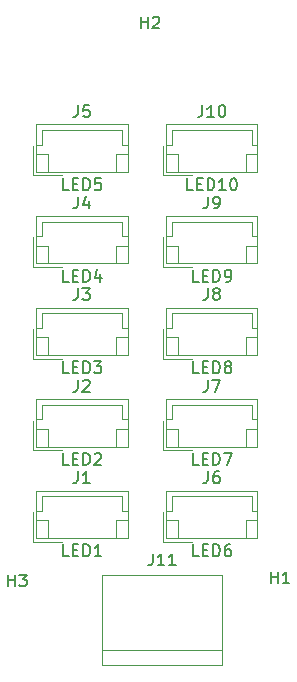
<source format=gbr>
%TF.GenerationSoftware,KiCad,Pcbnew,7.0.9*%
%TF.CreationDate,2024-03-13T22:19:24+01:00*%
%TF.ProjectId,Backlighting_LEDModule_PCB,4261636b-6c69-4676-9874-696e675f4c45,rev?*%
%TF.SameCoordinates,Original*%
%TF.FileFunction,Legend,Top*%
%TF.FilePolarity,Positive*%
%FSLAX46Y46*%
G04 Gerber Fmt 4.6, Leading zero omitted, Abs format (unit mm)*
G04 Created by KiCad (PCBNEW 7.0.9) date 2024-03-13 22:19:24*
%MOMM*%
%LPD*%
G01*
G04 APERTURE LIST*
%ADD10C,0.150000*%
%ADD11C,0.120000*%
G04 APERTURE END LIST*
D10*
X110666666Y-66404819D02*
X110666666Y-67119104D01*
X110666666Y-67119104D02*
X110619047Y-67261961D01*
X110619047Y-67261961D02*
X110523809Y-67357200D01*
X110523809Y-67357200D02*
X110380952Y-67404819D01*
X110380952Y-67404819D02*
X110285714Y-67404819D01*
X111571428Y-66738152D02*
X111571428Y-67404819D01*
X111333333Y-66357200D02*
X111095238Y-67071485D01*
X111095238Y-67071485D02*
X111714285Y-67071485D01*
X109880952Y-73604819D02*
X109404762Y-73604819D01*
X109404762Y-73604819D02*
X109404762Y-72604819D01*
X110214286Y-73081009D02*
X110547619Y-73081009D01*
X110690476Y-73604819D02*
X110214286Y-73604819D01*
X110214286Y-73604819D02*
X110214286Y-72604819D01*
X110214286Y-72604819D02*
X110690476Y-72604819D01*
X111119048Y-73604819D02*
X111119048Y-72604819D01*
X111119048Y-72604819D02*
X111357143Y-72604819D01*
X111357143Y-72604819D02*
X111500000Y-72652438D01*
X111500000Y-72652438D02*
X111595238Y-72747676D01*
X111595238Y-72747676D02*
X111642857Y-72842914D01*
X111642857Y-72842914D02*
X111690476Y-73033390D01*
X111690476Y-73033390D02*
X111690476Y-73176247D01*
X111690476Y-73176247D02*
X111642857Y-73366723D01*
X111642857Y-73366723D02*
X111595238Y-73461961D01*
X111595238Y-73461961D02*
X111500000Y-73557200D01*
X111500000Y-73557200D02*
X111357143Y-73604819D01*
X111357143Y-73604819D02*
X111119048Y-73604819D01*
X112547619Y-72938152D02*
X112547619Y-73604819D01*
X112309524Y-72557200D02*
X112071429Y-73271485D01*
X112071429Y-73271485D02*
X112690476Y-73271485D01*
X116980476Y-96624819D02*
X116980476Y-97339104D01*
X116980476Y-97339104D02*
X116932857Y-97481961D01*
X116932857Y-97481961D02*
X116837619Y-97577200D01*
X116837619Y-97577200D02*
X116694762Y-97624819D01*
X116694762Y-97624819D02*
X116599524Y-97624819D01*
X117980476Y-97624819D02*
X117409048Y-97624819D01*
X117694762Y-97624819D02*
X117694762Y-96624819D01*
X117694762Y-96624819D02*
X117599524Y-96767676D01*
X117599524Y-96767676D02*
X117504286Y-96862914D01*
X117504286Y-96862914D02*
X117409048Y-96910533D01*
X118932857Y-97624819D02*
X118361429Y-97624819D01*
X118647143Y-97624819D02*
X118647143Y-96624819D01*
X118647143Y-96624819D02*
X118551905Y-96767676D01*
X118551905Y-96767676D02*
X118456667Y-96862914D01*
X118456667Y-96862914D02*
X118361429Y-96910533D01*
X121666666Y-89654819D02*
X121666666Y-90369104D01*
X121666666Y-90369104D02*
X121619047Y-90511961D01*
X121619047Y-90511961D02*
X121523809Y-90607200D01*
X121523809Y-90607200D02*
X121380952Y-90654819D01*
X121380952Y-90654819D02*
X121285714Y-90654819D01*
X122571428Y-89654819D02*
X122380952Y-89654819D01*
X122380952Y-89654819D02*
X122285714Y-89702438D01*
X122285714Y-89702438D02*
X122238095Y-89750057D01*
X122238095Y-89750057D02*
X122142857Y-89892914D01*
X122142857Y-89892914D02*
X122095238Y-90083390D01*
X122095238Y-90083390D02*
X122095238Y-90464342D01*
X122095238Y-90464342D02*
X122142857Y-90559580D01*
X122142857Y-90559580D02*
X122190476Y-90607200D01*
X122190476Y-90607200D02*
X122285714Y-90654819D01*
X122285714Y-90654819D02*
X122476190Y-90654819D01*
X122476190Y-90654819D02*
X122571428Y-90607200D01*
X122571428Y-90607200D02*
X122619047Y-90559580D01*
X122619047Y-90559580D02*
X122666666Y-90464342D01*
X122666666Y-90464342D02*
X122666666Y-90226247D01*
X122666666Y-90226247D02*
X122619047Y-90131009D01*
X122619047Y-90131009D02*
X122571428Y-90083390D01*
X122571428Y-90083390D02*
X122476190Y-90035771D01*
X122476190Y-90035771D02*
X122285714Y-90035771D01*
X122285714Y-90035771D02*
X122190476Y-90083390D01*
X122190476Y-90083390D02*
X122142857Y-90131009D01*
X122142857Y-90131009D02*
X122095238Y-90226247D01*
X120880952Y-96854819D02*
X120404762Y-96854819D01*
X120404762Y-96854819D02*
X120404762Y-95854819D01*
X121214286Y-96331009D02*
X121547619Y-96331009D01*
X121690476Y-96854819D02*
X121214286Y-96854819D01*
X121214286Y-96854819D02*
X121214286Y-95854819D01*
X121214286Y-95854819D02*
X121690476Y-95854819D01*
X122119048Y-96854819D02*
X122119048Y-95854819D01*
X122119048Y-95854819D02*
X122357143Y-95854819D01*
X122357143Y-95854819D02*
X122500000Y-95902438D01*
X122500000Y-95902438D02*
X122595238Y-95997676D01*
X122595238Y-95997676D02*
X122642857Y-96092914D01*
X122642857Y-96092914D02*
X122690476Y-96283390D01*
X122690476Y-96283390D02*
X122690476Y-96426247D01*
X122690476Y-96426247D02*
X122642857Y-96616723D01*
X122642857Y-96616723D02*
X122595238Y-96711961D01*
X122595238Y-96711961D02*
X122500000Y-96807200D01*
X122500000Y-96807200D02*
X122357143Y-96854819D01*
X122357143Y-96854819D02*
X122119048Y-96854819D01*
X123547619Y-95854819D02*
X123357143Y-95854819D01*
X123357143Y-95854819D02*
X123261905Y-95902438D01*
X123261905Y-95902438D02*
X123214286Y-95950057D01*
X123214286Y-95950057D02*
X123119048Y-96092914D01*
X123119048Y-96092914D02*
X123071429Y-96283390D01*
X123071429Y-96283390D02*
X123071429Y-96664342D01*
X123071429Y-96664342D02*
X123119048Y-96759580D01*
X123119048Y-96759580D02*
X123166667Y-96807200D01*
X123166667Y-96807200D02*
X123261905Y-96854819D01*
X123261905Y-96854819D02*
X123452381Y-96854819D01*
X123452381Y-96854819D02*
X123547619Y-96807200D01*
X123547619Y-96807200D02*
X123595238Y-96759580D01*
X123595238Y-96759580D02*
X123642857Y-96664342D01*
X123642857Y-96664342D02*
X123642857Y-96426247D01*
X123642857Y-96426247D02*
X123595238Y-96331009D01*
X123595238Y-96331009D02*
X123547619Y-96283390D01*
X123547619Y-96283390D02*
X123452381Y-96235771D01*
X123452381Y-96235771D02*
X123261905Y-96235771D01*
X123261905Y-96235771D02*
X123166667Y-96283390D01*
X123166667Y-96283390D02*
X123119048Y-96331009D01*
X123119048Y-96331009D02*
X123071429Y-96426247D01*
X110666666Y-74154819D02*
X110666666Y-74869104D01*
X110666666Y-74869104D02*
X110619047Y-75011961D01*
X110619047Y-75011961D02*
X110523809Y-75107200D01*
X110523809Y-75107200D02*
X110380952Y-75154819D01*
X110380952Y-75154819D02*
X110285714Y-75154819D01*
X111047619Y-74154819D02*
X111666666Y-74154819D01*
X111666666Y-74154819D02*
X111333333Y-74535771D01*
X111333333Y-74535771D02*
X111476190Y-74535771D01*
X111476190Y-74535771D02*
X111571428Y-74583390D01*
X111571428Y-74583390D02*
X111619047Y-74631009D01*
X111619047Y-74631009D02*
X111666666Y-74726247D01*
X111666666Y-74726247D02*
X111666666Y-74964342D01*
X111666666Y-74964342D02*
X111619047Y-75059580D01*
X111619047Y-75059580D02*
X111571428Y-75107200D01*
X111571428Y-75107200D02*
X111476190Y-75154819D01*
X111476190Y-75154819D02*
X111190476Y-75154819D01*
X111190476Y-75154819D02*
X111095238Y-75107200D01*
X111095238Y-75107200D02*
X111047619Y-75059580D01*
X109880952Y-81354819D02*
X109404762Y-81354819D01*
X109404762Y-81354819D02*
X109404762Y-80354819D01*
X110214286Y-80831009D02*
X110547619Y-80831009D01*
X110690476Y-81354819D02*
X110214286Y-81354819D01*
X110214286Y-81354819D02*
X110214286Y-80354819D01*
X110214286Y-80354819D02*
X110690476Y-80354819D01*
X111119048Y-81354819D02*
X111119048Y-80354819D01*
X111119048Y-80354819D02*
X111357143Y-80354819D01*
X111357143Y-80354819D02*
X111500000Y-80402438D01*
X111500000Y-80402438D02*
X111595238Y-80497676D01*
X111595238Y-80497676D02*
X111642857Y-80592914D01*
X111642857Y-80592914D02*
X111690476Y-80783390D01*
X111690476Y-80783390D02*
X111690476Y-80926247D01*
X111690476Y-80926247D02*
X111642857Y-81116723D01*
X111642857Y-81116723D02*
X111595238Y-81211961D01*
X111595238Y-81211961D02*
X111500000Y-81307200D01*
X111500000Y-81307200D02*
X111357143Y-81354819D01*
X111357143Y-81354819D02*
X111119048Y-81354819D01*
X112023810Y-80354819D02*
X112642857Y-80354819D01*
X112642857Y-80354819D02*
X112309524Y-80735771D01*
X112309524Y-80735771D02*
X112452381Y-80735771D01*
X112452381Y-80735771D02*
X112547619Y-80783390D01*
X112547619Y-80783390D02*
X112595238Y-80831009D01*
X112595238Y-80831009D02*
X112642857Y-80926247D01*
X112642857Y-80926247D02*
X112642857Y-81164342D01*
X112642857Y-81164342D02*
X112595238Y-81259580D01*
X112595238Y-81259580D02*
X112547619Y-81307200D01*
X112547619Y-81307200D02*
X112452381Y-81354819D01*
X112452381Y-81354819D02*
X112166667Y-81354819D01*
X112166667Y-81354819D02*
X112071429Y-81307200D01*
X112071429Y-81307200D02*
X112023810Y-81259580D01*
X121666666Y-81904819D02*
X121666666Y-82619104D01*
X121666666Y-82619104D02*
X121619047Y-82761961D01*
X121619047Y-82761961D02*
X121523809Y-82857200D01*
X121523809Y-82857200D02*
X121380952Y-82904819D01*
X121380952Y-82904819D02*
X121285714Y-82904819D01*
X122047619Y-81904819D02*
X122714285Y-81904819D01*
X122714285Y-81904819D02*
X122285714Y-82904819D01*
X120880952Y-89104819D02*
X120404762Y-89104819D01*
X120404762Y-89104819D02*
X120404762Y-88104819D01*
X121214286Y-88581009D02*
X121547619Y-88581009D01*
X121690476Y-89104819D02*
X121214286Y-89104819D01*
X121214286Y-89104819D02*
X121214286Y-88104819D01*
X121214286Y-88104819D02*
X121690476Y-88104819D01*
X122119048Y-89104819D02*
X122119048Y-88104819D01*
X122119048Y-88104819D02*
X122357143Y-88104819D01*
X122357143Y-88104819D02*
X122500000Y-88152438D01*
X122500000Y-88152438D02*
X122595238Y-88247676D01*
X122595238Y-88247676D02*
X122642857Y-88342914D01*
X122642857Y-88342914D02*
X122690476Y-88533390D01*
X122690476Y-88533390D02*
X122690476Y-88676247D01*
X122690476Y-88676247D02*
X122642857Y-88866723D01*
X122642857Y-88866723D02*
X122595238Y-88961961D01*
X122595238Y-88961961D02*
X122500000Y-89057200D01*
X122500000Y-89057200D02*
X122357143Y-89104819D01*
X122357143Y-89104819D02*
X122119048Y-89104819D01*
X123023810Y-88104819D02*
X123690476Y-88104819D01*
X123690476Y-88104819D02*
X123261905Y-89104819D01*
X126988095Y-99154819D02*
X126988095Y-98154819D01*
X126988095Y-98631009D02*
X127559523Y-98631009D01*
X127559523Y-99154819D02*
X127559523Y-98154819D01*
X128559523Y-99154819D02*
X127988095Y-99154819D01*
X128273809Y-99154819D02*
X128273809Y-98154819D01*
X128273809Y-98154819D02*
X128178571Y-98297676D01*
X128178571Y-98297676D02*
X128083333Y-98392914D01*
X128083333Y-98392914D02*
X127988095Y-98440533D01*
X104738095Y-99404819D02*
X104738095Y-98404819D01*
X104738095Y-98881009D02*
X105309523Y-98881009D01*
X105309523Y-99404819D02*
X105309523Y-98404819D01*
X105690476Y-98404819D02*
X106309523Y-98404819D01*
X106309523Y-98404819D02*
X105976190Y-98785771D01*
X105976190Y-98785771D02*
X106119047Y-98785771D01*
X106119047Y-98785771D02*
X106214285Y-98833390D01*
X106214285Y-98833390D02*
X106261904Y-98881009D01*
X106261904Y-98881009D02*
X106309523Y-98976247D01*
X106309523Y-98976247D02*
X106309523Y-99214342D01*
X106309523Y-99214342D02*
X106261904Y-99309580D01*
X106261904Y-99309580D02*
X106214285Y-99357200D01*
X106214285Y-99357200D02*
X106119047Y-99404819D01*
X106119047Y-99404819D02*
X105833333Y-99404819D01*
X105833333Y-99404819D02*
X105738095Y-99357200D01*
X105738095Y-99357200D02*
X105690476Y-99309580D01*
X110666666Y-89654819D02*
X110666666Y-90369104D01*
X110666666Y-90369104D02*
X110619047Y-90511961D01*
X110619047Y-90511961D02*
X110523809Y-90607200D01*
X110523809Y-90607200D02*
X110380952Y-90654819D01*
X110380952Y-90654819D02*
X110285714Y-90654819D01*
X111666666Y-90654819D02*
X111095238Y-90654819D01*
X111380952Y-90654819D02*
X111380952Y-89654819D01*
X111380952Y-89654819D02*
X111285714Y-89797676D01*
X111285714Y-89797676D02*
X111190476Y-89892914D01*
X111190476Y-89892914D02*
X111095238Y-89940533D01*
X109880952Y-96854819D02*
X109404762Y-96854819D01*
X109404762Y-96854819D02*
X109404762Y-95854819D01*
X110214286Y-96331009D02*
X110547619Y-96331009D01*
X110690476Y-96854819D02*
X110214286Y-96854819D01*
X110214286Y-96854819D02*
X110214286Y-95854819D01*
X110214286Y-95854819D02*
X110690476Y-95854819D01*
X111119048Y-96854819D02*
X111119048Y-95854819D01*
X111119048Y-95854819D02*
X111357143Y-95854819D01*
X111357143Y-95854819D02*
X111500000Y-95902438D01*
X111500000Y-95902438D02*
X111595238Y-95997676D01*
X111595238Y-95997676D02*
X111642857Y-96092914D01*
X111642857Y-96092914D02*
X111690476Y-96283390D01*
X111690476Y-96283390D02*
X111690476Y-96426247D01*
X111690476Y-96426247D02*
X111642857Y-96616723D01*
X111642857Y-96616723D02*
X111595238Y-96711961D01*
X111595238Y-96711961D02*
X111500000Y-96807200D01*
X111500000Y-96807200D02*
X111357143Y-96854819D01*
X111357143Y-96854819D02*
X111119048Y-96854819D01*
X112642857Y-96854819D02*
X112071429Y-96854819D01*
X112357143Y-96854819D02*
X112357143Y-95854819D01*
X112357143Y-95854819D02*
X112261905Y-95997676D01*
X112261905Y-95997676D02*
X112166667Y-96092914D01*
X112166667Y-96092914D02*
X112071429Y-96140533D01*
X110666666Y-58654819D02*
X110666666Y-59369104D01*
X110666666Y-59369104D02*
X110619047Y-59511961D01*
X110619047Y-59511961D02*
X110523809Y-59607200D01*
X110523809Y-59607200D02*
X110380952Y-59654819D01*
X110380952Y-59654819D02*
X110285714Y-59654819D01*
X111619047Y-58654819D02*
X111142857Y-58654819D01*
X111142857Y-58654819D02*
X111095238Y-59131009D01*
X111095238Y-59131009D02*
X111142857Y-59083390D01*
X111142857Y-59083390D02*
X111238095Y-59035771D01*
X111238095Y-59035771D02*
X111476190Y-59035771D01*
X111476190Y-59035771D02*
X111571428Y-59083390D01*
X111571428Y-59083390D02*
X111619047Y-59131009D01*
X111619047Y-59131009D02*
X111666666Y-59226247D01*
X111666666Y-59226247D02*
X111666666Y-59464342D01*
X111666666Y-59464342D02*
X111619047Y-59559580D01*
X111619047Y-59559580D02*
X111571428Y-59607200D01*
X111571428Y-59607200D02*
X111476190Y-59654819D01*
X111476190Y-59654819D02*
X111238095Y-59654819D01*
X111238095Y-59654819D02*
X111142857Y-59607200D01*
X111142857Y-59607200D02*
X111095238Y-59559580D01*
X109880952Y-65854819D02*
X109404762Y-65854819D01*
X109404762Y-65854819D02*
X109404762Y-64854819D01*
X110214286Y-65331009D02*
X110547619Y-65331009D01*
X110690476Y-65854819D02*
X110214286Y-65854819D01*
X110214286Y-65854819D02*
X110214286Y-64854819D01*
X110214286Y-64854819D02*
X110690476Y-64854819D01*
X111119048Y-65854819D02*
X111119048Y-64854819D01*
X111119048Y-64854819D02*
X111357143Y-64854819D01*
X111357143Y-64854819D02*
X111500000Y-64902438D01*
X111500000Y-64902438D02*
X111595238Y-64997676D01*
X111595238Y-64997676D02*
X111642857Y-65092914D01*
X111642857Y-65092914D02*
X111690476Y-65283390D01*
X111690476Y-65283390D02*
X111690476Y-65426247D01*
X111690476Y-65426247D02*
X111642857Y-65616723D01*
X111642857Y-65616723D02*
X111595238Y-65711961D01*
X111595238Y-65711961D02*
X111500000Y-65807200D01*
X111500000Y-65807200D02*
X111357143Y-65854819D01*
X111357143Y-65854819D02*
X111119048Y-65854819D01*
X112595238Y-64854819D02*
X112119048Y-64854819D01*
X112119048Y-64854819D02*
X112071429Y-65331009D01*
X112071429Y-65331009D02*
X112119048Y-65283390D01*
X112119048Y-65283390D02*
X112214286Y-65235771D01*
X112214286Y-65235771D02*
X112452381Y-65235771D01*
X112452381Y-65235771D02*
X112547619Y-65283390D01*
X112547619Y-65283390D02*
X112595238Y-65331009D01*
X112595238Y-65331009D02*
X112642857Y-65426247D01*
X112642857Y-65426247D02*
X112642857Y-65664342D01*
X112642857Y-65664342D02*
X112595238Y-65759580D01*
X112595238Y-65759580D02*
X112547619Y-65807200D01*
X112547619Y-65807200D02*
X112452381Y-65854819D01*
X112452381Y-65854819D02*
X112214286Y-65854819D01*
X112214286Y-65854819D02*
X112119048Y-65807200D01*
X112119048Y-65807200D02*
X112071429Y-65759580D01*
X121666666Y-66404819D02*
X121666666Y-67119104D01*
X121666666Y-67119104D02*
X121619047Y-67261961D01*
X121619047Y-67261961D02*
X121523809Y-67357200D01*
X121523809Y-67357200D02*
X121380952Y-67404819D01*
X121380952Y-67404819D02*
X121285714Y-67404819D01*
X122190476Y-67404819D02*
X122380952Y-67404819D01*
X122380952Y-67404819D02*
X122476190Y-67357200D01*
X122476190Y-67357200D02*
X122523809Y-67309580D01*
X122523809Y-67309580D02*
X122619047Y-67166723D01*
X122619047Y-67166723D02*
X122666666Y-66976247D01*
X122666666Y-66976247D02*
X122666666Y-66595295D01*
X122666666Y-66595295D02*
X122619047Y-66500057D01*
X122619047Y-66500057D02*
X122571428Y-66452438D01*
X122571428Y-66452438D02*
X122476190Y-66404819D01*
X122476190Y-66404819D02*
X122285714Y-66404819D01*
X122285714Y-66404819D02*
X122190476Y-66452438D01*
X122190476Y-66452438D02*
X122142857Y-66500057D01*
X122142857Y-66500057D02*
X122095238Y-66595295D01*
X122095238Y-66595295D02*
X122095238Y-66833390D01*
X122095238Y-66833390D02*
X122142857Y-66928628D01*
X122142857Y-66928628D02*
X122190476Y-66976247D01*
X122190476Y-66976247D02*
X122285714Y-67023866D01*
X122285714Y-67023866D02*
X122476190Y-67023866D01*
X122476190Y-67023866D02*
X122571428Y-66976247D01*
X122571428Y-66976247D02*
X122619047Y-66928628D01*
X122619047Y-66928628D02*
X122666666Y-66833390D01*
X120880952Y-73604819D02*
X120404762Y-73604819D01*
X120404762Y-73604819D02*
X120404762Y-72604819D01*
X121214286Y-73081009D02*
X121547619Y-73081009D01*
X121690476Y-73604819D02*
X121214286Y-73604819D01*
X121214286Y-73604819D02*
X121214286Y-72604819D01*
X121214286Y-72604819D02*
X121690476Y-72604819D01*
X122119048Y-73604819D02*
X122119048Y-72604819D01*
X122119048Y-72604819D02*
X122357143Y-72604819D01*
X122357143Y-72604819D02*
X122500000Y-72652438D01*
X122500000Y-72652438D02*
X122595238Y-72747676D01*
X122595238Y-72747676D02*
X122642857Y-72842914D01*
X122642857Y-72842914D02*
X122690476Y-73033390D01*
X122690476Y-73033390D02*
X122690476Y-73176247D01*
X122690476Y-73176247D02*
X122642857Y-73366723D01*
X122642857Y-73366723D02*
X122595238Y-73461961D01*
X122595238Y-73461961D02*
X122500000Y-73557200D01*
X122500000Y-73557200D02*
X122357143Y-73604819D01*
X122357143Y-73604819D02*
X122119048Y-73604819D01*
X123166667Y-73604819D02*
X123357143Y-73604819D01*
X123357143Y-73604819D02*
X123452381Y-73557200D01*
X123452381Y-73557200D02*
X123500000Y-73509580D01*
X123500000Y-73509580D02*
X123595238Y-73366723D01*
X123595238Y-73366723D02*
X123642857Y-73176247D01*
X123642857Y-73176247D02*
X123642857Y-72795295D01*
X123642857Y-72795295D02*
X123595238Y-72700057D01*
X123595238Y-72700057D02*
X123547619Y-72652438D01*
X123547619Y-72652438D02*
X123452381Y-72604819D01*
X123452381Y-72604819D02*
X123261905Y-72604819D01*
X123261905Y-72604819D02*
X123166667Y-72652438D01*
X123166667Y-72652438D02*
X123119048Y-72700057D01*
X123119048Y-72700057D02*
X123071429Y-72795295D01*
X123071429Y-72795295D02*
X123071429Y-73033390D01*
X123071429Y-73033390D02*
X123119048Y-73128628D01*
X123119048Y-73128628D02*
X123166667Y-73176247D01*
X123166667Y-73176247D02*
X123261905Y-73223866D01*
X123261905Y-73223866D02*
X123452381Y-73223866D01*
X123452381Y-73223866D02*
X123547619Y-73176247D01*
X123547619Y-73176247D02*
X123595238Y-73128628D01*
X123595238Y-73128628D02*
X123642857Y-73033390D01*
X121666666Y-74154819D02*
X121666666Y-74869104D01*
X121666666Y-74869104D02*
X121619047Y-75011961D01*
X121619047Y-75011961D02*
X121523809Y-75107200D01*
X121523809Y-75107200D02*
X121380952Y-75154819D01*
X121380952Y-75154819D02*
X121285714Y-75154819D01*
X122285714Y-74583390D02*
X122190476Y-74535771D01*
X122190476Y-74535771D02*
X122142857Y-74488152D01*
X122142857Y-74488152D02*
X122095238Y-74392914D01*
X122095238Y-74392914D02*
X122095238Y-74345295D01*
X122095238Y-74345295D02*
X122142857Y-74250057D01*
X122142857Y-74250057D02*
X122190476Y-74202438D01*
X122190476Y-74202438D02*
X122285714Y-74154819D01*
X122285714Y-74154819D02*
X122476190Y-74154819D01*
X122476190Y-74154819D02*
X122571428Y-74202438D01*
X122571428Y-74202438D02*
X122619047Y-74250057D01*
X122619047Y-74250057D02*
X122666666Y-74345295D01*
X122666666Y-74345295D02*
X122666666Y-74392914D01*
X122666666Y-74392914D02*
X122619047Y-74488152D01*
X122619047Y-74488152D02*
X122571428Y-74535771D01*
X122571428Y-74535771D02*
X122476190Y-74583390D01*
X122476190Y-74583390D02*
X122285714Y-74583390D01*
X122285714Y-74583390D02*
X122190476Y-74631009D01*
X122190476Y-74631009D02*
X122142857Y-74678628D01*
X122142857Y-74678628D02*
X122095238Y-74773866D01*
X122095238Y-74773866D02*
X122095238Y-74964342D01*
X122095238Y-74964342D02*
X122142857Y-75059580D01*
X122142857Y-75059580D02*
X122190476Y-75107200D01*
X122190476Y-75107200D02*
X122285714Y-75154819D01*
X122285714Y-75154819D02*
X122476190Y-75154819D01*
X122476190Y-75154819D02*
X122571428Y-75107200D01*
X122571428Y-75107200D02*
X122619047Y-75059580D01*
X122619047Y-75059580D02*
X122666666Y-74964342D01*
X122666666Y-74964342D02*
X122666666Y-74773866D01*
X122666666Y-74773866D02*
X122619047Y-74678628D01*
X122619047Y-74678628D02*
X122571428Y-74631009D01*
X122571428Y-74631009D02*
X122476190Y-74583390D01*
X120880952Y-81354819D02*
X120404762Y-81354819D01*
X120404762Y-81354819D02*
X120404762Y-80354819D01*
X121214286Y-80831009D02*
X121547619Y-80831009D01*
X121690476Y-81354819D02*
X121214286Y-81354819D01*
X121214286Y-81354819D02*
X121214286Y-80354819D01*
X121214286Y-80354819D02*
X121690476Y-80354819D01*
X122119048Y-81354819D02*
X122119048Y-80354819D01*
X122119048Y-80354819D02*
X122357143Y-80354819D01*
X122357143Y-80354819D02*
X122500000Y-80402438D01*
X122500000Y-80402438D02*
X122595238Y-80497676D01*
X122595238Y-80497676D02*
X122642857Y-80592914D01*
X122642857Y-80592914D02*
X122690476Y-80783390D01*
X122690476Y-80783390D02*
X122690476Y-80926247D01*
X122690476Y-80926247D02*
X122642857Y-81116723D01*
X122642857Y-81116723D02*
X122595238Y-81211961D01*
X122595238Y-81211961D02*
X122500000Y-81307200D01*
X122500000Y-81307200D02*
X122357143Y-81354819D01*
X122357143Y-81354819D02*
X122119048Y-81354819D01*
X123261905Y-80783390D02*
X123166667Y-80735771D01*
X123166667Y-80735771D02*
X123119048Y-80688152D01*
X123119048Y-80688152D02*
X123071429Y-80592914D01*
X123071429Y-80592914D02*
X123071429Y-80545295D01*
X123071429Y-80545295D02*
X123119048Y-80450057D01*
X123119048Y-80450057D02*
X123166667Y-80402438D01*
X123166667Y-80402438D02*
X123261905Y-80354819D01*
X123261905Y-80354819D02*
X123452381Y-80354819D01*
X123452381Y-80354819D02*
X123547619Y-80402438D01*
X123547619Y-80402438D02*
X123595238Y-80450057D01*
X123595238Y-80450057D02*
X123642857Y-80545295D01*
X123642857Y-80545295D02*
X123642857Y-80592914D01*
X123642857Y-80592914D02*
X123595238Y-80688152D01*
X123595238Y-80688152D02*
X123547619Y-80735771D01*
X123547619Y-80735771D02*
X123452381Y-80783390D01*
X123452381Y-80783390D02*
X123261905Y-80783390D01*
X123261905Y-80783390D02*
X123166667Y-80831009D01*
X123166667Y-80831009D02*
X123119048Y-80878628D01*
X123119048Y-80878628D02*
X123071429Y-80973866D01*
X123071429Y-80973866D02*
X123071429Y-81164342D01*
X123071429Y-81164342D02*
X123119048Y-81259580D01*
X123119048Y-81259580D02*
X123166667Y-81307200D01*
X123166667Y-81307200D02*
X123261905Y-81354819D01*
X123261905Y-81354819D02*
X123452381Y-81354819D01*
X123452381Y-81354819D02*
X123547619Y-81307200D01*
X123547619Y-81307200D02*
X123595238Y-81259580D01*
X123595238Y-81259580D02*
X123642857Y-81164342D01*
X123642857Y-81164342D02*
X123642857Y-80973866D01*
X123642857Y-80973866D02*
X123595238Y-80878628D01*
X123595238Y-80878628D02*
X123547619Y-80831009D01*
X123547619Y-80831009D02*
X123452381Y-80783390D01*
X121190476Y-58654819D02*
X121190476Y-59369104D01*
X121190476Y-59369104D02*
X121142857Y-59511961D01*
X121142857Y-59511961D02*
X121047619Y-59607200D01*
X121047619Y-59607200D02*
X120904762Y-59654819D01*
X120904762Y-59654819D02*
X120809524Y-59654819D01*
X122190476Y-59654819D02*
X121619048Y-59654819D01*
X121904762Y-59654819D02*
X121904762Y-58654819D01*
X121904762Y-58654819D02*
X121809524Y-58797676D01*
X121809524Y-58797676D02*
X121714286Y-58892914D01*
X121714286Y-58892914D02*
X121619048Y-58940533D01*
X122809524Y-58654819D02*
X122904762Y-58654819D01*
X122904762Y-58654819D02*
X123000000Y-58702438D01*
X123000000Y-58702438D02*
X123047619Y-58750057D01*
X123047619Y-58750057D02*
X123095238Y-58845295D01*
X123095238Y-58845295D02*
X123142857Y-59035771D01*
X123142857Y-59035771D02*
X123142857Y-59273866D01*
X123142857Y-59273866D02*
X123095238Y-59464342D01*
X123095238Y-59464342D02*
X123047619Y-59559580D01*
X123047619Y-59559580D02*
X123000000Y-59607200D01*
X123000000Y-59607200D02*
X122904762Y-59654819D01*
X122904762Y-59654819D02*
X122809524Y-59654819D01*
X122809524Y-59654819D02*
X122714286Y-59607200D01*
X122714286Y-59607200D02*
X122666667Y-59559580D01*
X122666667Y-59559580D02*
X122619048Y-59464342D01*
X122619048Y-59464342D02*
X122571429Y-59273866D01*
X122571429Y-59273866D02*
X122571429Y-59035771D01*
X122571429Y-59035771D02*
X122619048Y-58845295D01*
X122619048Y-58845295D02*
X122666667Y-58750057D01*
X122666667Y-58750057D02*
X122714286Y-58702438D01*
X122714286Y-58702438D02*
X122809524Y-58654819D01*
X120404761Y-65854819D02*
X119928571Y-65854819D01*
X119928571Y-65854819D02*
X119928571Y-64854819D01*
X120738095Y-65331009D02*
X121071428Y-65331009D01*
X121214285Y-65854819D02*
X120738095Y-65854819D01*
X120738095Y-65854819D02*
X120738095Y-64854819D01*
X120738095Y-64854819D02*
X121214285Y-64854819D01*
X121642857Y-65854819D02*
X121642857Y-64854819D01*
X121642857Y-64854819D02*
X121880952Y-64854819D01*
X121880952Y-64854819D02*
X122023809Y-64902438D01*
X122023809Y-64902438D02*
X122119047Y-64997676D01*
X122119047Y-64997676D02*
X122166666Y-65092914D01*
X122166666Y-65092914D02*
X122214285Y-65283390D01*
X122214285Y-65283390D02*
X122214285Y-65426247D01*
X122214285Y-65426247D02*
X122166666Y-65616723D01*
X122166666Y-65616723D02*
X122119047Y-65711961D01*
X122119047Y-65711961D02*
X122023809Y-65807200D01*
X122023809Y-65807200D02*
X121880952Y-65854819D01*
X121880952Y-65854819D02*
X121642857Y-65854819D01*
X123166666Y-65854819D02*
X122595238Y-65854819D01*
X122880952Y-65854819D02*
X122880952Y-64854819D01*
X122880952Y-64854819D02*
X122785714Y-64997676D01*
X122785714Y-64997676D02*
X122690476Y-65092914D01*
X122690476Y-65092914D02*
X122595238Y-65140533D01*
X123785714Y-64854819D02*
X123880952Y-64854819D01*
X123880952Y-64854819D02*
X123976190Y-64902438D01*
X123976190Y-64902438D02*
X124023809Y-64950057D01*
X124023809Y-64950057D02*
X124071428Y-65045295D01*
X124071428Y-65045295D02*
X124119047Y-65235771D01*
X124119047Y-65235771D02*
X124119047Y-65473866D01*
X124119047Y-65473866D02*
X124071428Y-65664342D01*
X124071428Y-65664342D02*
X124023809Y-65759580D01*
X124023809Y-65759580D02*
X123976190Y-65807200D01*
X123976190Y-65807200D02*
X123880952Y-65854819D01*
X123880952Y-65854819D02*
X123785714Y-65854819D01*
X123785714Y-65854819D02*
X123690476Y-65807200D01*
X123690476Y-65807200D02*
X123642857Y-65759580D01*
X123642857Y-65759580D02*
X123595238Y-65664342D01*
X123595238Y-65664342D02*
X123547619Y-65473866D01*
X123547619Y-65473866D02*
X123547619Y-65235771D01*
X123547619Y-65235771D02*
X123595238Y-65045295D01*
X123595238Y-65045295D02*
X123642857Y-64950057D01*
X123642857Y-64950057D02*
X123690476Y-64902438D01*
X123690476Y-64902438D02*
X123785714Y-64854819D01*
X110666666Y-81904819D02*
X110666666Y-82619104D01*
X110666666Y-82619104D02*
X110619047Y-82761961D01*
X110619047Y-82761961D02*
X110523809Y-82857200D01*
X110523809Y-82857200D02*
X110380952Y-82904819D01*
X110380952Y-82904819D02*
X110285714Y-82904819D01*
X111095238Y-82000057D02*
X111142857Y-81952438D01*
X111142857Y-81952438D02*
X111238095Y-81904819D01*
X111238095Y-81904819D02*
X111476190Y-81904819D01*
X111476190Y-81904819D02*
X111571428Y-81952438D01*
X111571428Y-81952438D02*
X111619047Y-82000057D01*
X111619047Y-82000057D02*
X111666666Y-82095295D01*
X111666666Y-82095295D02*
X111666666Y-82190533D01*
X111666666Y-82190533D02*
X111619047Y-82333390D01*
X111619047Y-82333390D02*
X111047619Y-82904819D01*
X111047619Y-82904819D02*
X111666666Y-82904819D01*
X109880952Y-89104819D02*
X109404762Y-89104819D01*
X109404762Y-89104819D02*
X109404762Y-88104819D01*
X110214286Y-88581009D02*
X110547619Y-88581009D01*
X110690476Y-89104819D02*
X110214286Y-89104819D01*
X110214286Y-89104819D02*
X110214286Y-88104819D01*
X110214286Y-88104819D02*
X110690476Y-88104819D01*
X111119048Y-89104819D02*
X111119048Y-88104819D01*
X111119048Y-88104819D02*
X111357143Y-88104819D01*
X111357143Y-88104819D02*
X111500000Y-88152438D01*
X111500000Y-88152438D02*
X111595238Y-88247676D01*
X111595238Y-88247676D02*
X111642857Y-88342914D01*
X111642857Y-88342914D02*
X111690476Y-88533390D01*
X111690476Y-88533390D02*
X111690476Y-88676247D01*
X111690476Y-88676247D02*
X111642857Y-88866723D01*
X111642857Y-88866723D02*
X111595238Y-88961961D01*
X111595238Y-88961961D02*
X111500000Y-89057200D01*
X111500000Y-89057200D02*
X111357143Y-89104819D01*
X111357143Y-89104819D02*
X111119048Y-89104819D01*
X112071429Y-88200057D02*
X112119048Y-88152438D01*
X112119048Y-88152438D02*
X112214286Y-88104819D01*
X112214286Y-88104819D02*
X112452381Y-88104819D01*
X112452381Y-88104819D02*
X112547619Y-88152438D01*
X112547619Y-88152438D02*
X112595238Y-88200057D01*
X112595238Y-88200057D02*
X112642857Y-88295295D01*
X112642857Y-88295295D02*
X112642857Y-88390533D01*
X112642857Y-88390533D02*
X112595238Y-88533390D01*
X112595238Y-88533390D02*
X112023810Y-89104819D01*
X112023810Y-89104819D02*
X112642857Y-89104819D01*
X115988095Y-52154819D02*
X115988095Y-51154819D01*
X115988095Y-51631009D02*
X116559523Y-51631009D01*
X116559523Y-52154819D02*
X116559523Y-51154819D01*
X116988095Y-51250057D02*
X117035714Y-51202438D01*
X117035714Y-51202438D02*
X117130952Y-51154819D01*
X117130952Y-51154819D02*
X117369047Y-51154819D01*
X117369047Y-51154819D02*
X117464285Y-51202438D01*
X117464285Y-51202438D02*
X117511904Y-51250057D01*
X117511904Y-51250057D02*
X117559523Y-51345295D01*
X117559523Y-51345295D02*
X117559523Y-51440533D01*
X117559523Y-51440533D02*
X117511904Y-51583390D01*
X117511904Y-51583390D02*
X116940476Y-52154819D01*
X116940476Y-52154819D02*
X117559523Y-52154819D01*
D11*
%TO.C,J4*%
X106840000Y-69860000D02*
X106840000Y-72360000D01*
X106840000Y-72360000D02*
X109340000Y-72360000D01*
X107140000Y-68040000D02*
X107140000Y-72060000D01*
X107140000Y-69750000D02*
X107640000Y-69750000D01*
X107140000Y-70560000D02*
X108140000Y-70560000D01*
X107140000Y-72060000D02*
X114860000Y-72060000D01*
X107640000Y-68540000D02*
X114360000Y-68540000D01*
X107640000Y-69750000D02*
X107640000Y-68540000D01*
X108140000Y-70560000D02*
X108140000Y-72060000D01*
X113860000Y-70560000D02*
X113860000Y-72060000D01*
X114360000Y-68540000D02*
X114360000Y-69750000D01*
X114360000Y-69750000D02*
X114860000Y-69750000D01*
X114860000Y-68040000D02*
X107140000Y-68040000D01*
X114860000Y-70560000D02*
X113860000Y-70560000D01*
X114860000Y-72060000D02*
X114860000Y-68040000D01*
%TO.C,J11*%
X112710000Y-98440000D02*
X112710000Y-106060000D01*
X112710000Y-106060000D02*
X122870000Y-106060000D01*
X122870000Y-98440000D02*
X112710000Y-98440000D01*
X122870000Y-104790000D02*
X112710000Y-104790000D01*
X122870000Y-106060000D02*
X122870000Y-98440000D01*
%TO.C,J6*%
X117840000Y-93110000D02*
X117840000Y-95610000D01*
X117840000Y-95610000D02*
X120340000Y-95610000D01*
X118140000Y-91290000D02*
X118140000Y-95310000D01*
X118140000Y-93000000D02*
X118640000Y-93000000D01*
X118140000Y-93810000D02*
X119140000Y-93810000D01*
X118140000Y-95310000D02*
X125860000Y-95310000D01*
X118640000Y-91790000D02*
X125360000Y-91790000D01*
X118640000Y-93000000D02*
X118640000Y-91790000D01*
X119140000Y-93810000D02*
X119140000Y-95310000D01*
X124860000Y-93810000D02*
X124860000Y-95310000D01*
X125360000Y-91790000D02*
X125360000Y-93000000D01*
X125360000Y-93000000D02*
X125860000Y-93000000D01*
X125860000Y-91290000D02*
X118140000Y-91290000D01*
X125860000Y-93810000D02*
X124860000Y-93810000D01*
X125860000Y-95310000D02*
X125860000Y-91290000D01*
%TO.C,J3*%
X106840000Y-77610000D02*
X106840000Y-80110000D01*
X106840000Y-80110000D02*
X109340000Y-80110000D01*
X107140000Y-75790000D02*
X107140000Y-79810000D01*
X107140000Y-77500000D02*
X107640000Y-77500000D01*
X107140000Y-78310000D02*
X108140000Y-78310000D01*
X107140000Y-79810000D02*
X114860000Y-79810000D01*
X107640000Y-76290000D02*
X114360000Y-76290000D01*
X107640000Y-77500000D02*
X107640000Y-76290000D01*
X108140000Y-78310000D02*
X108140000Y-79810000D01*
X113860000Y-78310000D02*
X113860000Y-79810000D01*
X114360000Y-76290000D02*
X114360000Y-77500000D01*
X114360000Y-77500000D02*
X114860000Y-77500000D01*
X114860000Y-75790000D02*
X107140000Y-75790000D01*
X114860000Y-78310000D02*
X113860000Y-78310000D01*
X114860000Y-79810000D02*
X114860000Y-75790000D01*
%TO.C,J7*%
X117840000Y-85360000D02*
X117840000Y-87860000D01*
X117840000Y-87860000D02*
X120340000Y-87860000D01*
X118140000Y-83540000D02*
X118140000Y-87560000D01*
X118140000Y-85250000D02*
X118640000Y-85250000D01*
X118140000Y-86060000D02*
X119140000Y-86060000D01*
X118140000Y-87560000D02*
X125860000Y-87560000D01*
X118640000Y-84040000D02*
X125360000Y-84040000D01*
X118640000Y-85250000D02*
X118640000Y-84040000D01*
X119140000Y-86060000D02*
X119140000Y-87560000D01*
X124860000Y-86060000D02*
X124860000Y-87560000D01*
X125360000Y-84040000D02*
X125360000Y-85250000D01*
X125360000Y-85250000D02*
X125860000Y-85250000D01*
X125860000Y-83540000D02*
X118140000Y-83540000D01*
X125860000Y-86060000D02*
X124860000Y-86060000D01*
X125860000Y-87560000D02*
X125860000Y-83540000D01*
%TO.C,J1*%
X106840000Y-93110000D02*
X106840000Y-95610000D01*
X106840000Y-95610000D02*
X109340000Y-95610000D01*
X107140000Y-91290000D02*
X107140000Y-95310000D01*
X107140000Y-93000000D02*
X107640000Y-93000000D01*
X107140000Y-93810000D02*
X108140000Y-93810000D01*
X107140000Y-95310000D02*
X114860000Y-95310000D01*
X107640000Y-91790000D02*
X114360000Y-91790000D01*
X107640000Y-93000000D02*
X107640000Y-91790000D01*
X108140000Y-93810000D02*
X108140000Y-95310000D01*
X113860000Y-93810000D02*
X113860000Y-95310000D01*
X114360000Y-91790000D02*
X114360000Y-93000000D01*
X114360000Y-93000000D02*
X114860000Y-93000000D01*
X114860000Y-91290000D02*
X107140000Y-91290000D01*
X114860000Y-93810000D02*
X113860000Y-93810000D01*
X114860000Y-95310000D02*
X114860000Y-91290000D01*
%TO.C,J5*%
X106840000Y-62110000D02*
X106840000Y-64610000D01*
X106840000Y-64610000D02*
X109340000Y-64610000D01*
X107140000Y-60290000D02*
X107140000Y-64310000D01*
X107140000Y-62000000D02*
X107640000Y-62000000D01*
X107140000Y-62810000D02*
X108140000Y-62810000D01*
X107140000Y-64310000D02*
X114860000Y-64310000D01*
X107640000Y-60790000D02*
X114360000Y-60790000D01*
X107640000Y-62000000D02*
X107640000Y-60790000D01*
X108140000Y-62810000D02*
X108140000Y-64310000D01*
X113860000Y-62810000D02*
X113860000Y-64310000D01*
X114360000Y-60790000D02*
X114360000Y-62000000D01*
X114360000Y-62000000D02*
X114860000Y-62000000D01*
X114860000Y-60290000D02*
X107140000Y-60290000D01*
X114860000Y-62810000D02*
X113860000Y-62810000D01*
X114860000Y-64310000D02*
X114860000Y-60290000D01*
%TO.C,J9*%
X117840000Y-69860000D02*
X117840000Y-72360000D01*
X117840000Y-72360000D02*
X120340000Y-72360000D01*
X118140000Y-68040000D02*
X118140000Y-72060000D01*
X118140000Y-69750000D02*
X118640000Y-69750000D01*
X118140000Y-70560000D02*
X119140000Y-70560000D01*
X118140000Y-72060000D02*
X125860000Y-72060000D01*
X118640000Y-68540000D02*
X125360000Y-68540000D01*
X118640000Y-69750000D02*
X118640000Y-68540000D01*
X119140000Y-70560000D02*
X119140000Y-72060000D01*
X124860000Y-70560000D02*
X124860000Y-72060000D01*
X125360000Y-68540000D02*
X125360000Y-69750000D01*
X125360000Y-69750000D02*
X125860000Y-69750000D01*
X125860000Y-68040000D02*
X118140000Y-68040000D01*
X125860000Y-70560000D02*
X124860000Y-70560000D01*
X125860000Y-72060000D02*
X125860000Y-68040000D01*
%TO.C,J8*%
X117840000Y-77610000D02*
X117840000Y-80110000D01*
X117840000Y-80110000D02*
X120340000Y-80110000D01*
X118140000Y-75790000D02*
X118140000Y-79810000D01*
X118140000Y-77500000D02*
X118640000Y-77500000D01*
X118140000Y-78310000D02*
X119140000Y-78310000D01*
X118140000Y-79810000D02*
X125860000Y-79810000D01*
X118640000Y-76290000D02*
X125360000Y-76290000D01*
X118640000Y-77500000D02*
X118640000Y-76290000D01*
X119140000Y-78310000D02*
X119140000Y-79810000D01*
X124860000Y-78310000D02*
X124860000Y-79810000D01*
X125360000Y-76290000D02*
X125360000Y-77500000D01*
X125360000Y-77500000D02*
X125860000Y-77500000D01*
X125860000Y-75790000D02*
X118140000Y-75790000D01*
X125860000Y-78310000D02*
X124860000Y-78310000D01*
X125860000Y-79810000D02*
X125860000Y-75790000D01*
%TO.C,J10*%
X117840000Y-62110000D02*
X117840000Y-64610000D01*
X117840000Y-64610000D02*
X120340000Y-64610000D01*
X118140000Y-60290000D02*
X118140000Y-64310000D01*
X118140000Y-62000000D02*
X118640000Y-62000000D01*
X118140000Y-62810000D02*
X119140000Y-62810000D01*
X118140000Y-64310000D02*
X125860000Y-64310000D01*
X118640000Y-60790000D02*
X125360000Y-60790000D01*
X118640000Y-62000000D02*
X118640000Y-60790000D01*
X119140000Y-62810000D02*
X119140000Y-64310000D01*
X124860000Y-62810000D02*
X124860000Y-64310000D01*
X125360000Y-60790000D02*
X125360000Y-62000000D01*
X125360000Y-62000000D02*
X125860000Y-62000000D01*
X125860000Y-60290000D02*
X118140000Y-60290000D01*
X125860000Y-62810000D02*
X124860000Y-62810000D01*
X125860000Y-64310000D02*
X125860000Y-60290000D01*
%TO.C,J2*%
X106840000Y-85360000D02*
X106840000Y-87860000D01*
X106840000Y-87860000D02*
X109340000Y-87860000D01*
X107140000Y-83540000D02*
X107140000Y-87560000D01*
X107140000Y-85250000D02*
X107640000Y-85250000D01*
X107140000Y-86060000D02*
X108140000Y-86060000D01*
X107140000Y-87560000D02*
X114860000Y-87560000D01*
X107640000Y-84040000D02*
X114360000Y-84040000D01*
X107640000Y-85250000D02*
X107640000Y-84040000D01*
X108140000Y-86060000D02*
X108140000Y-87560000D01*
X113860000Y-86060000D02*
X113860000Y-87560000D01*
X114360000Y-84040000D02*
X114360000Y-85250000D01*
X114360000Y-85250000D02*
X114860000Y-85250000D01*
X114860000Y-83540000D02*
X107140000Y-83540000D01*
X114860000Y-86060000D02*
X113860000Y-86060000D01*
X114860000Y-87560000D02*
X114860000Y-83540000D01*
%TD*%
M02*

</source>
